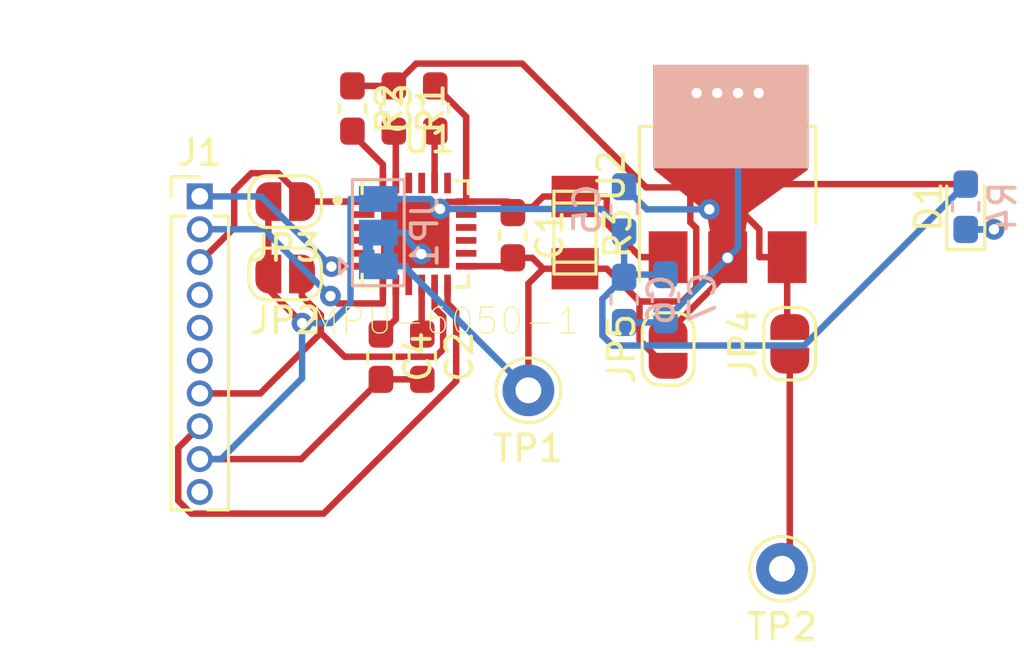
<source format=kicad_pcb>
(kicad_pcb (version 20171130) (host pcbnew 5.1.2-f72e74a~84~ubuntu18.04.1)

  (general
    (thickness 1.6)
    (drawings 0)
    (tracks 159)
    (zones 0)
    (modules 22)
    (nets 22)
  )

  (page A4)
  (layers
    (0 F.Cu signal)
    (31 B.Cu signal)
    (32 B.Adhes user)
    (33 F.Adhes user)
    (34 B.Paste user)
    (35 F.Paste user)
    (36 B.SilkS user)
    (37 F.SilkS user)
    (38 B.Mask user)
    (39 F.Mask user)
    (40 Dwgs.User user)
    (41 Cmts.User user)
    (42 Eco1.User user)
    (43 Eco2.User user)
    (44 Edge.Cuts user)
    (45 Margin user)
    (46 B.CrtYd user)
    (47 F.CrtYd user)
    (48 B.Fab user)
    (49 F.Fab user)
  )

  (setup
    (last_trace_width 0.25)
    (trace_clearance 0.2)
    (zone_clearance 0.508)
    (zone_45_only no)
    (trace_min 0.2)
    (via_size 0.8)
    (via_drill 0.4)
    (via_min_size 0.4)
    (via_min_drill 0.3)
    (uvia_size 0.3)
    (uvia_drill 0.1)
    (uvias_allowed no)
    (uvia_min_size 0.2)
    (uvia_min_drill 0.1)
    (edge_width 0.05)
    (segment_width 0.2)
    (pcb_text_width 0.3)
    (pcb_text_size 1.5 1.5)
    (mod_edge_width 0.12)
    (mod_text_size 1 1)
    (mod_text_width 0.15)
    (pad_size 1.524 1.524)
    (pad_drill 0.762)
    (pad_to_mask_clearance 0.051)
    (solder_mask_min_width 0.25)
    (aux_axis_origin 0 0)
    (visible_elements FFFFFF7F)
    (pcbplotparams
      (layerselection 0x010fc_ffffffff)
      (usegerberextensions false)
      (usegerberattributes false)
      (usegerberadvancedattributes false)
      (creategerberjobfile false)
      (excludeedgelayer true)
      (linewidth 0.100000)
      (plotframeref false)
      (viasonmask false)
      (mode 1)
      (useauxorigin false)
      (hpglpennumber 1)
      (hpglpenspeed 20)
      (hpglpendiameter 15.000000)
      (psnegative false)
      (psa4output false)
      (plotreference true)
      (plotvalue true)
      (plotinvisibletext false)
      (padsonsilk false)
      (subtractmaskfromsilk false)
      (outputformat 1)
      (mirror false)
      (drillshape 1)
      (scaleselection 1)
      (outputdirectory ""))
  )

  (net 0 "")
  (net 1 +3V3)
  (net 2 GND)
  (net 3 "Net-(C2-Pad1)")
  (net 4 "Net-(C3-Pad1)")
  (net 5 "Net-(C4-Pad1)")
  (net 6 "Net-(C5-Pad1)")
  (net 7 "Net-(C6-Pad1)")
  (net 8 "Net-(D1-Pad1)")
  (net 9 /3V3)
  (net 10 /INT)
  (net 11 /FSYNC)
  (net 12 /SCL)
  (net 13 /SDA)
  (net 14 /VIO)
  (net 15 /CLKIN)
  (net 16 /AUX_SCL)
  (net 17 /AUX_SDA)
  (net 18 "Net-(JP1-Pad2)")
  (net 19 +5V)
  (net 20 "Net-(R1-Pad2)")
  (net 21 "Net-(R2-Pad2)")

  (net_class Default "This is the default net class."
    (clearance 0.2)
    (trace_width 0.25)
    (via_dia 0.8)
    (via_drill 0.4)
    (uvia_dia 0.3)
    (uvia_drill 0.1)
    (add_net +3V3)
    (add_net +5V)
    (add_net /3V3)
    (add_net /AUX_SCL)
    (add_net /AUX_SDA)
    (add_net /CLKIN)
    (add_net /FSYNC)
    (add_net /INT)
    (add_net /SCL)
    (add_net /SDA)
    (add_net /VIO)
    (add_net GND)
    (add_net "Net-(C2-Pad1)")
    (add_net "Net-(C3-Pad1)")
    (add_net "Net-(C4-Pad1)")
    (add_net "Net-(C5-Pad1)")
    (add_net "Net-(C6-Pad1)")
    (add_net "Net-(D1-Pad1)")
    (add_net "Net-(JP1-Pad2)")
    (add_net "Net-(R1-Pad2)")
    (add_net "Net-(R2-Pad2)")
  )

  (module footprint-lib:AMS1117_SOT-223 (layer F.Cu) (tedit 5D122160) (tstamp 5D137EF7)
    (at 35.9 20.3 90)
    (descr "module CMS SOT223 4 pins")
    (tags "CMS SOT")
    (path /5D143D6F/5C0AD747)
    (attr smd)
    (fp_text reference U2 (at 0 -4.5 90) (layer F.SilkS)
      (effects (font (size 1 1) (thickness 0.15)))
    )
    (fp_text value AMS1117-3.3 (at 0 4.5 90) (layer F.Fab)
      (effects (font (size 1 1) (thickness 0.15)))
    )
    (fp_poly (pts (xy -2.159 0.635) (xy -1.397 0.762) (xy 0.254 3.048) (xy 1.397 3.048)
      (xy 1.397 -2.794) (xy 0.254 -2.794) (xy -1.397 -0.762) (xy -2.159 -0.635)) (layer F.Cu) (width 0.1))
    (fp_line (start 1.85 -3.35) (end 1.85 3.35) (layer F.Fab) (width 0.1))
    (fp_line (start -1.85 3.35) (end 1.85 3.35) (layer F.Fab) (width 0.1))
    (fp_line (start -4.1 -3.41) (end 1.91 -3.41) (layer F.SilkS) (width 0.12))
    (fp_line (start -0.85 -3.35) (end 1.85 -3.35) (layer F.Fab) (width 0.1))
    (fp_line (start -1.85 3.41) (end 1.91 3.41) (layer F.SilkS) (width 0.12))
    (fp_line (start -1.85 -2.35) (end -1.85 3.35) (layer F.Fab) (width 0.1))
    (fp_line (start -1.85 -2.35) (end -0.85 -3.35) (layer F.Fab) (width 0.1))
    (fp_line (start -4.4 -3.6) (end -4.4 3.6) (layer F.CrtYd) (width 0.05))
    (fp_line (start -4.4 3.6) (end 4.4 3.6) (layer F.CrtYd) (width 0.05))
    (fp_line (start 4.4 3.6) (end 4.4 -3.6) (layer F.CrtYd) (width 0.05))
    (fp_line (start 4.4 -3.6) (end -4.4 -3.6) (layer F.CrtYd) (width 0.05))
    (fp_line (start 1.91 -3.41) (end 1.91 -2.15) (layer F.SilkS) (width 0.12))
    (fp_line (start 1.91 3.41) (end 1.91 2.15) (layer F.SilkS) (width 0.12))
    (fp_text user %R (at 0 0) (layer F.Fab)
      (effects (font (size 0.8 0.8) (thickness 0.12)))
    )
    (pad 2 smd rect (at 2.286 0.127 90) (size 4 6) (layers B.Cu B.SilkS B.Mask)
      (net 7 "Net-(C6-Pad1)"))
    (pad 2 thru_hole circle (at -3.175 0 90) (size 0.5 0.5) (drill 0.4) (layers *.Cu)
      (net 7 "Net-(C6-Pad1)"))
    (pad 2 thru_hole circle (at 3.2 -0.4 90) (size 0.5 0.5) (drill 0.4) (layers *.Cu)
      (net 7 "Net-(C6-Pad1)"))
    (pad 2 thru_hole circle (at 3.2 1.2 90) (size 0.5 0.5) (drill 0.4) (layers *.Cu)
      (net 7 "Net-(C6-Pad1)"))
    (pad 2 thru_hole circle (at 3.2 -1.2 90) (size 0.5 0.5) (drill 0.4) (layers *.Cu)
      (net 7 "Net-(C6-Pad1)"))
    (pad 2 thru_hole circle (at 3.2 0.4 90) (size 0.5 0.5) (drill 0.4) (layers *.Cu)
      (net 7 "Net-(C6-Pad1)"))
    (pad 1 smd rect (at -3.15 -2.3 90) (size 2 1.5) (layers F.Cu F.Paste F.Mask)
      (net 2 GND))
    (pad 3 smd rect (at -3.15 2.3 90) (size 2 1.5) (layers F.Cu F.Paste F.Mask)
      (net 6 "Net-(C5-Pad1)"))
    (pad 2 smd rect (at -3.15 0 90) (size 2 1.5) (layers F.Cu F.Paste F.Mask)
      (net 7 "Net-(C6-Pad1)"))
    (pad 2 smd rect (at 2.286 0.127 90) (size 4 6) (layers F.Cu F.Paste F.Mask)
      (net 7 "Net-(C6-Pad1)"))
    (model ${KISYS3DMOD}/Package_TO_SOT_SMD.3dshapes/SOT-223.wrl
      (at (xyz 0 0 0))
      (scale (xyz 1 1 1))
      (rotate (xyz 0 0 0))
    )
  )

  (module Capacitor_SMD:C_0603_1608Metric_Pad1.05x0.95mm_HandSolder (layer B.Cu) (tedit 5B301BBE) (tstamp 5D138B57)
    (at 33.5 25 90)
    (descr "Capacitor SMD 0603 (1608 Metric), square (rectangular) end terminal, IPC_7351 nominal with elongated pad for handsoldering. (Body size source: http://www.tortai-tech.com/upload/download/2011102023233369053.pdf), generated with kicad-footprint-generator")
    (tags "capacitor handsolder")
    (path /5D143D6F/5D171771)
    (attr smd)
    (fp_text reference C7 (at 0 1.43 90) (layer B.SilkS)
      (effects (font (size 1 1) (thickness 0.15)) (justify mirror))
    )
    (fp_text value C106,0603 (at 0 -1.43 90) (layer B.Fab)
      (effects (font (size 1 1) (thickness 0.15)) (justify mirror))
    )
    (fp_text user %R (at 0 0 90) (layer B.Fab)
      (effects (font (size 0.4 0.4) (thickness 0.06)) (justify mirror))
    )
    (fp_line (start 1.65 -0.73) (end -1.65 -0.73) (layer B.CrtYd) (width 0.05))
    (fp_line (start 1.65 0.73) (end 1.65 -0.73) (layer B.CrtYd) (width 0.05))
    (fp_line (start -1.65 0.73) (end 1.65 0.73) (layer B.CrtYd) (width 0.05))
    (fp_line (start -1.65 -0.73) (end -1.65 0.73) (layer B.CrtYd) (width 0.05))
    (fp_line (start -0.171267 -0.51) (end 0.171267 -0.51) (layer B.SilkS) (width 0.12))
    (fp_line (start -0.171267 0.51) (end 0.171267 0.51) (layer B.SilkS) (width 0.12))
    (fp_line (start 0.8 -0.4) (end -0.8 -0.4) (layer B.Fab) (width 0.1))
    (fp_line (start 0.8 0.4) (end 0.8 -0.4) (layer B.Fab) (width 0.1))
    (fp_line (start -0.8 0.4) (end 0.8 0.4) (layer B.Fab) (width 0.1))
    (fp_line (start -0.8 -0.4) (end -0.8 0.4) (layer B.Fab) (width 0.1))
    (pad 2 smd roundrect (at 0.875 0 90) (size 1.05 0.95) (layers B.Cu B.Paste B.Mask) (roundrect_rratio 0.25)
      (net 2 GND))
    (pad 1 smd roundrect (at -0.875 0 90) (size 1.05 0.95) (layers B.Cu B.Paste B.Mask) (roundrect_rratio 0.25)
      (net 7 "Net-(C6-Pad1)"))
    (model ${KISYS3DMOD}/Capacitor_SMD.3dshapes/C_0603_1608Metric.wrl
      (at (xyz 0 0 0))
      (scale (xyz 1 1 1))
      (rotate (xyz 0 0 0))
    )
  )

  (module footprint-lib:MPU-6050-QFN24 (layer F.Cu) (tedit 5D1309EE) (tstamp 5D137EE1)
    (at 23.825 22.55)
    (path /5D13C581)
    (attr smd)
    (fp_text reference U1 (at 0.54117 -3.64297) (layer F.SilkS)
      (effects (font (size 1 1) (thickness 0.15)))
    )
    (fp_text value MPU-6050-1 (at 1.1767 3.36992) (layer F.SilkS)
      (effects (font (size 1.00146 1.00146) (thickness 0.05)))
    )
    (fp_poly (pts (xy -1.27 -1.27) (xy -1.27 1.27) (xy 1.27 1.27) (xy 1.27 -1.27)) (layer F.Cu) (width 0.1))
    (fp_line (start -2.05 -2.05) (end -2.05 2.05) (layer Eco2.User) (width 0.127))
    (fp_line (start 2.05 -2.05) (end 2.05 2.05) (layer Eco2.User) (width 0.127))
    (fp_line (start 2.05 2.05) (end -2.05 2.05) (layer Eco2.User) (width 0.127))
    (fp_line (start 2.05 -2.05) (end -2.05 -2.05) (layer Eco2.User) (width 0.127))
    (fp_line (start -1.56 -2.05) (end -2.05 -2.05) (layer F.SilkS) (width 0.127))
    (fp_line (start -2.05 -1.56) (end -2.05 -2.05) (layer F.SilkS) (width 0.127))
    (fp_circle (center -3 -1.3) (end -2.9 -1.3) (layer F.SilkS) (width 0.2))
    (fp_line (start -2.62 2.62) (end -2.62 -2.62) (layer Eco1.User) (width 0.05))
    (fp_line (start 2.62 2.62) (end -2.62 2.62) (layer Eco1.User) (width 0.05))
    (fp_line (start 2.62 -2.62) (end 2.62 2.62) (layer Eco1.User) (width 0.05))
    (fp_line (start -2.62 -2.62) (end 2.62 -2.62) (layer Eco1.User) (width 0.05))
    (fp_line (start 2.05 2.05) (end 1.56 2.05) (layer F.SilkS) (width 0.127))
    (fp_line (start 2.05 1.56) (end 2.05 2.05) (layer F.SilkS) (width 0.127))
    (fp_line (start -2.05 2.05) (end -2.05 1.56) (layer F.SilkS) (width 0.127))
    (fp_line (start -1.56 2.05) (end -2.05 2.05) (layer F.SilkS) (width 0.127))
    (fp_line (start 2.05 -2.05) (end 2.05 -1.56) (layer F.SilkS) (width 0.127))
    (fp_line (start 1.56 -2.05) (end 2.05 -2.05) (layer F.SilkS) (width 0.127))
    (pad 24 smd rect (at -1.25 -1.97 270) (size 0.79 0.26) (layers F.Cu F.Paste F.Mask)
      (net 21 "Net-(R2-Pad2)"))
    (pad 23 smd rect (at -0.75 -1.97 270) (size 0.79 0.26) (layers F.Cu F.Paste F.Mask)
      (net 20 "Net-(R1-Pad2)"))
    (pad 22 smd rect (at -0.25 -1.97 270) (size 0.79 0.26) (layers F.Cu F.Paste F.Mask))
    (pad 21 smd rect (at 0.25 -1.97 270) (size 0.79 0.26) (layers F.Cu F.Paste F.Mask))
    (pad 20 smd rect (at 0.75 -1.97 270) (size 0.79 0.26) (layers F.Cu F.Paste F.Mask)
      (net 4 "Net-(C3-Pad1)"))
    (pad 19 smd rect (at 1.25 -1.97 270) (size 0.79 0.26) (layers F.Cu F.Paste F.Mask))
    (pad 18 smd rect (at 1.97 -1.25 180) (size 0.79 0.26) (layers F.Cu F.Paste F.Mask)
      (net 2 GND))
    (pad 17 smd rect (at 1.97 -0.75 180) (size 0.79 0.26) (layers F.Cu F.Paste F.Mask))
    (pad 16 smd rect (at 1.97 -0.25 180) (size 0.79 0.26) (layers F.Cu F.Paste F.Mask))
    (pad 15 smd rect (at 1.97 0.25 180) (size 0.79 0.26) (layers F.Cu F.Paste F.Mask))
    (pad 14 smd rect (at 1.97 0.75 180) (size 0.79 0.26) (layers F.Cu F.Paste F.Mask))
    (pad 13 smd rect (at 1.97 1.25 180) (size 0.79 0.26) (layers F.Cu F.Paste F.Mask)
      (net 1 +3V3))
    (pad 12 smd rect (at 1.25 1.97 90) (size 0.79 0.26) (layers F.Cu F.Paste F.Mask)
      (net 10 /INT))
    (pad 11 smd rect (at 0.75 1.97 90) (size 0.79 0.26) (layers F.Cu F.Paste F.Mask)
      (net 11 /FSYNC))
    (pad 10 smd rect (at 0.25 1.97 90) (size 0.79 0.26) (layers F.Cu F.Paste F.Mask)
      (net 3 "Net-(C2-Pad1)"))
    (pad 9 smd rect (at -0.25 1.97 90) (size 0.79 0.26) (layers F.Cu F.Paste F.Mask)
      (net 18 "Net-(JP1-Pad2)"))
    (pad 8 smd rect (at -0.75 1.97 90) (size 0.79 0.26) (layers F.Cu F.Paste F.Mask)
      (net 5 "Net-(C4-Pad1)"))
    (pad 7 smd rect (at -1.25 1.97 90) (size 0.79 0.26) (layers F.Cu F.Paste F.Mask)
      (net 16 /AUX_SCL))
    (pad 6 smd rect (at -1.97 1.25) (size 0.79 0.26) (layers F.Cu F.Paste F.Mask)
      (net 17 /AUX_SDA))
    (pad 5 smd rect (at -1.97 0.75) (size 0.79 0.26) (layers F.Cu F.Paste F.Mask))
    (pad 4 smd rect (at -1.97 0.25) (size 0.79 0.26) (layers F.Cu F.Paste F.Mask))
    (pad 3 smd rect (at -1.97 -0.25) (size 0.79 0.26) (layers F.Cu F.Paste F.Mask))
    (pad 2 smd rect (at -1.97 -0.75) (size 0.79 0.26) (layers F.Cu F.Paste F.Mask))
    (pad 1 smd rect (at -1.97 -1.25) (size 0.79 0.26) (layers F.Cu F.Paste F.Mask)
      (net 15 /CLKIN))
    (model ${KISYS3DMOD}/Package_DFN_QFN.3dshapes/QFN-24-1EP_4x4mm_P0.5mm_EP2.7x2.6mm.wrl
      (at (xyz 0 0 0))
      (scale (xyz 1 1 1))
      (rotate (xyz 0 0 0))
    )
  )

  (module Connector_Pin:Pin_D1.0mm_L10.0mm (layer F.Cu) (tedit 5A1DC084) (tstamp 5D137EB3)
    (at 38 35.5)
    (descr "solder Pin_ diameter 1.0mm, hole diameter 1.0mm (press fit), length 10.0mm")
    (tags "solder Pin_ press fit")
    (path /5D143D6F/5D00EAB8)
    (fp_text reference TP2 (at 0 2.25) (layer F.SilkS)
      (effects (font (size 1 1) (thickness 0.15)))
    )
    (fp_text value TP_5V (at 0 -2.05) (layer F.Fab)
      (effects (font (size 1 1) (thickness 0.15)))
    )
    (fp_circle (center 0 0) (end 1.25 0.05) (layer F.SilkS) (width 0.12))
    (fp_circle (center 0 0) (end 1 0) (layer F.Fab) (width 0.12))
    (fp_circle (center 0 0) (end 0.5 0) (layer F.Fab) (width 0.12))
    (fp_circle (center 0 0) (end 1.5 0) (layer F.CrtYd) (width 0.05))
    (fp_text user %R (at 0 2.25) (layer F.Fab)
      (effects (font (size 1 1) (thickness 0.15)))
    )
    (pad 1 thru_hole circle (at 0 0) (size 2 2) (drill 1) (layers *.Cu *.Mask)
      (net 19 +5V))
    (model ${KISYS3DMOD}/Connector_Pin.3dshapes/Pin_D1.0mm_L10.0mm.wrl
      (at (xyz 0 0 0))
      (scale (xyz 1 1 1))
      (rotate (xyz 0 0 0))
    )
  )

  (module Connector_Pin:Pin_D1.0mm_L10.0mm (layer F.Cu) (tedit 5A1DC084) (tstamp 5D137EA9)
    (at 28.2 28.6)
    (descr "solder Pin_ diameter 1.0mm, hole diameter 1.0mm (press fit), length 10.0mm")
    (tags "solder Pin_ press fit")
    (path /5D143D6F/5D00DAC3)
    (fp_text reference TP1 (at 0 2.25) (layer F.SilkS)
      (effects (font (size 1 1) (thickness 0.15)))
    )
    (fp_text value TP_3V3 (at 0 -2.05) (layer F.Fab)
      (effects (font (size 1 1) (thickness 0.15)))
    )
    (fp_circle (center 0 0) (end 1.25 0.05) (layer F.SilkS) (width 0.12))
    (fp_circle (center 0 0) (end 1 0) (layer F.Fab) (width 0.12))
    (fp_circle (center 0 0) (end 0.5 0) (layer F.Fab) (width 0.12))
    (fp_circle (center 0 0) (end 1.5 0) (layer F.CrtYd) (width 0.05))
    (fp_text user %R (at 0 2.25) (layer F.Fab)
      (effects (font (size 1 1) (thickness 0.15)))
    )
    (pad 1 thru_hole circle (at 0 0) (size 2 2) (drill 1) (layers *.Cu *.Mask)
      (net 1 +3V3))
    (model ${KISYS3DMOD}/Connector_Pin.3dshapes/Pin_D1.0mm_L10.0mm.wrl
      (at (xyz 0 0 0))
      (scale (xyz 1 1 1))
      (rotate (xyz 0 0 0))
    )
  )

  (module Resistor_SMD:R_0603_1608Metric_Pad1.05x0.95mm_HandSolder (layer B.Cu) (tedit 5B301BBD) (tstamp 5D137E9F)
    (at 45.1 21.5 90)
    (descr "Resistor SMD 0603 (1608 Metric), square (rectangular) end terminal, IPC_7351 nominal with elongated pad for handsoldering. (Body size source: http://www.tortai-tech.com/upload/download/2011102023233369053.pdf), generated with kicad-footprint-generator")
    (tags "resistor handsolder")
    (path /5D143D6F/5C0C1058)
    (attr smd)
    (fp_text reference R4 (at 0 1.43 90) (layer B.SilkS)
      (effects (font (size 1 1) (thickness 0.15)) (justify mirror))
    )
    (fp_text value R102,0603 (at 0 -1.43 90) (layer B.Fab)
      (effects (font (size 1 1) (thickness 0.15)) (justify mirror))
    )
    (fp_text user %R (at 0 0 90) (layer B.Fab)
      (effects (font (size 0.4 0.4) (thickness 0.06)) (justify mirror))
    )
    (fp_line (start 1.65 -0.73) (end -1.65 -0.73) (layer B.CrtYd) (width 0.05))
    (fp_line (start 1.65 0.73) (end 1.65 -0.73) (layer B.CrtYd) (width 0.05))
    (fp_line (start -1.65 0.73) (end 1.65 0.73) (layer B.CrtYd) (width 0.05))
    (fp_line (start -1.65 -0.73) (end -1.65 0.73) (layer B.CrtYd) (width 0.05))
    (fp_line (start -0.171267 -0.51) (end 0.171267 -0.51) (layer B.SilkS) (width 0.12))
    (fp_line (start -0.171267 0.51) (end 0.171267 0.51) (layer B.SilkS) (width 0.12))
    (fp_line (start 0.8 -0.4) (end -0.8 -0.4) (layer B.Fab) (width 0.1))
    (fp_line (start 0.8 0.4) (end 0.8 -0.4) (layer B.Fab) (width 0.1))
    (fp_line (start -0.8 0.4) (end 0.8 0.4) (layer B.Fab) (width 0.1))
    (fp_line (start -0.8 -0.4) (end -0.8 0.4) (layer B.Fab) (width 0.1))
    (pad 2 smd roundrect (at 0.875 0 90) (size 1.05 0.95) (layers B.Cu B.Paste B.Mask) (roundrect_rratio 0.25)
      (net 2 GND))
    (pad 1 smd roundrect (at -0.875 0 90) (size 1.05 0.95) (layers B.Cu B.Paste B.Mask) (roundrect_rratio 0.25)
      (net 8 "Net-(D1-Pad1)"))
    (model ${KISYS3DMOD}/Resistor_SMD.3dshapes/R_0603_1608Metric.wrl
      (at (xyz 0 0 0))
      (scale (xyz 1 1 1))
      (rotate (xyz 0 0 0))
    )
  )

  (module footprint-lib:VAR_1206 (layer F.Cu) (tedit 5CFFB33A) (tstamp 5D137E8E)
    (at 30 22.5 270)
    (descr VAR_1206)
    (tags VAR_1206)
    (path /5D143D6F/5D00FCA8)
    (fp_text reference R3 (at 0.0254 -1.651 90) (layer F.SilkS)
      (effects (font (size 1 1) (thickness 0.15)))
    )
    (fp_text value VAR_3V3,1206 (at 0 1.27 90) (layer F.SilkS) hide
      (effects (font (size 0.50038 0.50038) (thickness 0.11938)))
    )
    (fp_line (start 1.143 0.8128) (end 1.143 -0.8128) (layer F.SilkS) (width 0.127))
    (fp_line (start -1.143 -0.8128) (end -1.143 0.8128) (layer F.SilkS) (width 0.127))
    (fp_line (start -1.6002 -0.8128) (end -1.6002 0.8128) (layer F.SilkS) (width 0.127))
    (fp_line (start -1.6002 0.8128) (end 1.6002 0.8128) (layer F.SilkS) (width 0.127))
    (fp_line (start 1.6002 0.8128) (end 1.6002 -0.8128) (layer F.SilkS) (width 0.127))
    (fp_line (start 1.6002 -0.8128) (end -1.6002 -0.8128) (layer F.SilkS) (width 0.127))
    (pad 1 smd rect (at 1.397 0 270) (size 1.6002 1.8034) (layers F.Cu F.Paste F.Mask)
      (net 1 +3V3))
    (pad 2 smd rect (at -1.397 0 270) (size 1.6002 1.8034) (layers F.Cu F.Paste F.Mask)
      (net 2 GND))
    (model ${HOME}/_workspace/kicad/kicad_library/smisioto-footprints/modules/packages3d/walter/smd_resistors/r_1206.wrl
      (at (xyz 0 0 0))
      (scale (xyz 1 1 1))
      (rotate (xyz 0 0 0))
    )
  )

  (module Resistor_SMD:R_0603_1608Metric_Pad1.05x0.95mm_HandSolder (layer F.Cu) (tedit 5B301BBD) (tstamp 5D137E82)
    (at 21.4 17.7 270)
    (descr "Resistor SMD 0603 (1608 Metric), square (rectangular) end terminal, IPC_7351 nominal with elongated pad for handsoldering. (Body size source: http://www.tortai-tech.com/upload/download/2011102023233369053.pdf), generated with kicad-footprint-generator")
    (tags "resistor handsolder")
    (path /5D13EDAD)
    (attr smd)
    (fp_text reference R2 (at 0 -1.43 90) (layer F.SilkS)
      (effects (font (size 1 1) (thickness 0.15)))
    )
    (fp_text value R103,0603 (at 0 1.43 90) (layer F.Fab)
      (effects (font (size 1 1) (thickness 0.15)))
    )
    (fp_text user %R (at 0 0 90) (layer F.Fab)
      (effects (font (size 0.4 0.4) (thickness 0.06)))
    )
    (fp_line (start 1.65 0.73) (end -1.65 0.73) (layer F.CrtYd) (width 0.05))
    (fp_line (start 1.65 -0.73) (end 1.65 0.73) (layer F.CrtYd) (width 0.05))
    (fp_line (start -1.65 -0.73) (end 1.65 -0.73) (layer F.CrtYd) (width 0.05))
    (fp_line (start -1.65 0.73) (end -1.65 -0.73) (layer F.CrtYd) (width 0.05))
    (fp_line (start -0.171267 0.51) (end 0.171267 0.51) (layer F.SilkS) (width 0.12))
    (fp_line (start -0.171267 -0.51) (end 0.171267 -0.51) (layer F.SilkS) (width 0.12))
    (fp_line (start 0.8 0.4) (end -0.8 0.4) (layer F.Fab) (width 0.1))
    (fp_line (start 0.8 -0.4) (end 0.8 0.4) (layer F.Fab) (width 0.1))
    (fp_line (start -0.8 -0.4) (end 0.8 -0.4) (layer F.Fab) (width 0.1))
    (fp_line (start -0.8 0.4) (end -0.8 -0.4) (layer F.Fab) (width 0.1))
    (pad 2 smd roundrect (at 0.875 0 270) (size 1.05 0.95) (layers F.Cu F.Paste F.Mask) (roundrect_rratio 0.25)
      (net 21 "Net-(R2-Pad2)"))
    (pad 1 smd roundrect (at -0.875 0 270) (size 1.05 0.95) (layers F.Cu F.Paste F.Mask) (roundrect_rratio 0.25)
      (net 1 +3V3))
    (model ${KISYS3DMOD}/Resistor_SMD.3dshapes/R_0603_1608Metric.wrl
      (at (xyz 0 0 0))
      (scale (xyz 1 1 1))
      (rotate (xyz 0 0 0))
    )
  )

  (module Resistor_SMD:R_0603_1608Metric_Pad1.05x0.95mm_HandSolder (layer F.Cu) (tedit 5B301BBD) (tstamp 5D137E71)
    (at 23 17.7 270)
    (descr "Resistor SMD 0603 (1608 Metric), square (rectangular) end terminal, IPC_7351 nominal with elongated pad for handsoldering. (Body size source: http://www.tortai-tech.com/upload/download/2011102023233369053.pdf), generated with kicad-footprint-generator")
    (tags "resistor handsolder")
    (path /5D13E675)
    (attr smd)
    (fp_text reference R1 (at 0 -1.43 90) (layer F.SilkS)
      (effects (font (size 1 1) (thickness 0.15)))
    )
    (fp_text value R103,0603 (at 0 1.43 90) (layer F.Fab)
      (effects (font (size 1 1) (thickness 0.15)))
    )
    (fp_text user %R (at 0 0 90) (layer F.Fab)
      (effects (font (size 0.4 0.4) (thickness 0.06)))
    )
    (fp_line (start 1.65 0.73) (end -1.65 0.73) (layer F.CrtYd) (width 0.05))
    (fp_line (start 1.65 -0.73) (end 1.65 0.73) (layer F.CrtYd) (width 0.05))
    (fp_line (start -1.65 -0.73) (end 1.65 -0.73) (layer F.CrtYd) (width 0.05))
    (fp_line (start -1.65 0.73) (end -1.65 -0.73) (layer F.CrtYd) (width 0.05))
    (fp_line (start -0.171267 0.51) (end 0.171267 0.51) (layer F.SilkS) (width 0.12))
    (fp_line (start -0.171267 -0.51) (end 0.171267 -0.51) (layer F.SilkS) (width 0.12))
    (fp_line (start 0.8 0.4) (end -0.8 0.4) (layer F.Fab) (width 0.1))
    (fp_line (start 0.8 -0.4) (end 0.8 0.4) (layer F.Fab) (width 0.1))
    (fp_line (start -0.8 -0.4) (end 0.8 -0.4) (layer F.Fab) (width 0.1))
    (fp_line (start -0.8 0.4) (end -0.8 -0.4) (layer F.Fab) (width 0.1))
    (pad 2 smd roundrect (at 0.875 0 270) (size 1.05 0.95) (layers F.Cu F.Paste F.Mask) (roundrect_rratio 0.25)
      (net 20 "Net-(R1-Pad2)"))
    (pad 1 smd roundrect (at -0.875 0 270) (size 1.05 0.95) (layers F.Cu F.Paste F.Mask) (roundrect_rratio 0.25)
      (net 1 +3V3))
    (model ${KISYS3DMOD}/Resistor_SMD.3dshapes/R_0603_1608Metric.wrl
      (at (xyz 0 0 0))
      (scale (xyz 1 1 1))
      (rotate (xyz 0 0 0))
    )
  )

  (module Jumper:SolderJumper-2_P1.3mm_Open_RoundedPad1.0x1.5mm (layer F.Cu) (tedit 5B391E66) (tstamp 5D137E60)
    (at 33.6 27 90)
    (descr "SMD Solder Jumper, 1x1.5mm, rounded Pads, 0.3mm gap, open")
    (tags "solder jumper open")
    (path /5D143D6F/5D077B21)
    (attr virtual)
    (fp_text reference JP5 (at 0 -1.8 90) (layer F.SilkS)
      (effects (font (size 1 1) (thickness 0.15)))
    )
    (fp_text value OUT_EN (at 0 1.9 90) (layer F.Fab)
      (effects (font (size 1 1) (thickness 0.15)))
    )
    (fp_line (start 1.65 1.25) (end -1.65 1.25) (layer F.CrtYd) (width 0.05))
    (fp_line (start 1.65 1.25) (end 1.65 -1.25) (layer F.CrtYd) (width 0.05))
    (fp_line (start -1.65 -1.25) (end -1.65 1.25) (layer F.CrtYd) (width 0.05))
    (fp_line (start -1.65 -1.25) (end 1.65 -1.25) (layer F.CrtYd) (width 0.05))
    (fp_line (start -0.7 -1) (end 0.7 -1) (layer F.SilkS) (width 0.12))
    (fp_line (start 1.4 -0.3) (end 1.4 0.3) (layer F.SilkS) (width 0.12))
    (fp_line (start 0.7 1) (end -0.7 1) (layer F.SilkS) (width 0.12))
    (fp_line (start -1.4 0.3) (end -1.4 -0.3) (layer F.SilkS) (width 0.12))
    (fp_arc (start -0.7 -0.3) (end -0.7 -1) (angle -90) (layer F.SilkS) (width 0.12))
    (fp_arc (start -0.7 0.3) (end -1.4 0.3) (angle -90) (layer F.SilkS) (width 0.12))
    (fp_arc (start 0.7 0.3) (end 0.7 1) (angle -90) (layer F.SilkS) (width 0.12))
    (fp_arc (start 0.7 -0.3) (end 1.4 -0.3) (angle -90) (layer F.SilkS) (width 0.12))
    (pad 2 smd custom (at 0.65 0 90) (size 1 0.5) (layers F.Cu F.Mask)
      (net 7 "Net-(C6-Pad1)") (zone_connect 2)
      (options (clearance outline) (anchor rect))
      (primitives
        (gr_circle (center 0 0.25) (end 0.5 0.25) (width 0))
        (gr_circle (center 0 -0.25) (end 0.5 -0.25) (width 0))
        (gr_poly (pts
           (xy 0 -0.75) (xy -0.5 -0.75) (xy -0.5 0.75) (xy 0 0.75)) (width 0))
      ))
    (pad 1 smd custom (at -0.65 0 90) (size 1 0.5) (layers F.Cu F.Mask)
      (net 1 +3V3) (zone_connect 2)
      (options (clearance outline) (anchor rect))
      (primitives
        (gr_circle (center 0 0.25) (end 0.5 0.25) (width 0))
        (gr_circle (center 0 -0.25) (end 0.5 -0.25) (width 0))
        (gr_poly (pts
           (xy 0 -0.75) (xy 0.5 -0.75) (xy 0.5 0.75) (xy 0 0.75)) (width 0))
      ))
  )

  (module Jumper:SolderJumper-2_P1.3mm_Open_RoundedPad1.0x1.5mm (layer F.Cu) (tedit 5B391E66) (tstamp 5D137E4E)
    (at 38.3 26.8 90)
    (descr "SMD Solder Jumper, 1x1.5mm, rounded Pads, 0.3mm gap, open")
    (tags "solder jumper open")
    (path /5D143D6F/5D072C46)
    (attr virtual)
    (fp_text reference JP4 (at 0 -1.8 90) (layer F.SilkS)
      (effects (font (size 1 1) (thickness 0.15)))
    )
    (fp_text value IN_EN (at 0 1.9 90) (layer F.Fab)
      (effects (font (size 1 1) (thickness 0.15)))
    )
    (fp_line (start 1.65 1.25) (end -1.65 1.25) (layer F.CrtYd) (width 0.05))
    (fp_line (start 1.65 1.25) (end 1.65 -1.25) (layer F.CrtYd) (width 0.05))
    (fp_line (start -1.65 -1.25) (end -1.65 1.25) (layer F.CrtYd) (width 0.05))
    (fp_line (start -1.65 -1.25) (end 1.65 -1.25) (layer F.CrtYd) (width 0.05))
    (fp_line (start -0.7 -1) (end 0.7 -1) (layer F.SilkS) (width 0.12))
    (fp_line (start 1.4 -0.3) (end 1.4 0.3) (layer F.SilkS) (width 0.12))
    (fp_line (start 0.7 1) (end -0.7 1) (layer F.SilkS) (width 0.12))
    (fp_line (start -1.4 0.3) (end -1.4 -0.3) (layer F.SilkS) (width 0.12))
    (fp_arc (start -0.7 -0.3) (end -0.7 -1) (angle -90) (layer F.SilkS) (width 0.12))
    (fp_arc (start -0.7 0.3) (end -1.4 0.3) (angle -90) (layer F.SilkS) (width 0.12))
    (fp_arc (start 0.7 0.3) (end 0.7 1) (angle -90) (layer F.SilkS) (width 0.12))
    (fp_arc (start 0.7 -0.3) (end 1.4 -0.3) (angle -90) (layer F.SilkS) (width 0.12))
    (pad 2 smd custom (at 0.65 0 90) (size 1 0.5) (layers F.Cu F.Mask)
      (net 6 "Net-(C5-Pad1)") (zone_connect 2)
      (options (clearance outline) (anchor rect))
      (primitives
        (gr_circle (center 0 0.25) (end 0.5 0.25) (width 0))
        (gr_circle (center 0 -0.25) (end 0.5 -0.25) (width 0))
        (gr_poly (pts
           (xy 0 -0.75) (xy -0.5 -0.75) (xy -0.5 0.75) (xy 0 0.75)) (width 0))
      ))
    (pad 1 smd custom (at -0.65 0 90) (size 1 0.5) (layers F.Cu F.Mask)
      (net 19 +5V) (zone_connect 2)
      (options (clearance outline) (anchor rect))
      (primitives
        (gr_circle (center 0 0.25) (end 0.5 0.25) (width 0))
        (gr_circle (center 0 -0.25) (end 0.5 -0.25) (width 0))
        (gr_poly (pts
           (xy 0 -0.75) (xy 0.5 -0.75) (xy 0.5 0.75) (xy 0 0.75)) (width 0))
      ))
  )

  (module Jumper:SolderJumper-2_P1.3mm_Open_RoundedPad1.0x1.5mm (layer F.Cu) (tedit 5B391E66) (tstamp 5D137E3C)
    (at 18.8 21.3 180)
    (descr "SMD Solder Jumper, 1x1.5mm, rounded Pads, 0.3mm gap, open")
    (tags "solder jumper open")
    (path /5D153C08)
    (attr virtual)
    (fp_text reference JP3 (at 0 -1.8) (layer F.SilkS)
      (effects (font (size 1 1) (thickness 0.15)))
    )
    (fp_text value SJ2 (at 0 1.9) (layer F.Fab)
      (effects (font (size 1 1) (thickness 0.15)))
    )
    (fp_line (start 1.65 1.25) (end -1.65 1.25) (layer F.CrtYd) (width 0.05))
    (fp_line (start 1.65 1.25) (end 1.65 -1.25) (layer F.CrtYd) (width 0.05))
    (fp_line (start -1.65 -1.25) (end -1.65 1.25) (layer F.CrtYd) (width 0.05))
    (fp_line (start -1.65 -1.25) (end 1.65 -1.25) (layer F.CrtYd) (width 0.05))
    (fp_line (start -0.7 -1) (end 0.7 -1) (layer F.SilkS) (width 0.12))
    (fp_line (start 1.4 -0.3) (end 1.4 0.3) (layer F.SilkS) (width 0.12))
    (fp_line (start 0.7 1) (end -0.7 1) (layer F.SilkS) (width 0.12))
    (fp_line (start -1.4 0.3) (end -1.4 -0.3) (layer F.SilkS) (width 0.12))
    (fp_arc (start -0.7 -0.3) (end -0.7 -1) (angle -90) (layer F.SilkS) (width 0.12))
    (fp_arc (start -0.7 0.3) (end -1.4 0.3) (angle -90) (layer F.SilkS) (width 0.12))
    (fp_arc (start 0.7 0.3) (end 0.7 1) (angle -90) (layer F.SilkS) (width 0.12))
    (fp_arc (start 0.7 -0.3) (end 1.4 -0.3) (angle -90) (layer F.SilkS) (width 0.12))
    (pad 2 smd custom (at 0.65 0 180) (size 1 0.5) (layers F.Cu F.Mask)
      (net 2 GND) (zone_connect 2)
      (options (clearance outline) (anchor rect))
      (primitives
        (gr_circle (center 0 0.25) (end 0.5 0.25) (width 0))
        (gr_circle (center 0 -0.25) (end 0.5 -0.25) (width 0))
        (gr_poly (pts
           (xy 0 -0.75) (xy -0.5 -0.75) (xy -0.5 0.75) (xy 0 0.75)) (width 0))
      ))
    (pad 1 smd custom (at -0.65 0 180) (size 1 0.5) (layers F.Cu F.Mask)
      (net 15 /CLKIN) (zone_connect 2)
      (options (clearance outline) (anchor rect))
      (primitives
        (gr_circle (center 0 0.25) (end 0.5 0.25) (width 0))
        (gr_circle (center 0 -0.25) (end 0.5 -0.25) (width 0))
        (gr_poly (pts
           (xy 0 -0.75) (xy 0.5 -0.75) (xy 0.5 0.75) (xy 0 0.75)) (width 0))
      ))
  )

  (module Jumper:SolderJumper-2_P1.3mm_Open_RoundedPad1.0x1.5mm (layer F.Cu) (tedit 5B391E66) (tstamp 5D137E2A)
    (at 18.8 24.1 180)
    (descr "SMD Solder Jumper, 1x1.5mm, rounded Pads, 0.3mm gap, open")
    (tags "solder jumper open")
    (path /5D15410D)
    (attr virtual)
    (fp_text reference JP2 (at 0 -1.8 180) (layer F.SilkS)
      (effects (font (size 1 1) (thickness 0.15)))
    )
    (fp_text value SJ3 (at 0 1.9 180) (layer F.Fab)
      (effects (font (size 1 1) (thickness 0.15)))
    )
    (fp_line (start 1.65 1.25) (end -1.65 1.25) (layer F.CrtYd) (width 0.05))
    (fp_line (start 1.65 1.25) (end 1.65 -1.25) (layer F.CrtYd) (width 0.05))
    (fp_line (start -1.65 -1.25) (end -1.65 1.25) (layer F.CrtYd) (width 0.05))
    (fp_line (start -1.65 -1.25) (end 1.65 -1.25) (layer F.CrtYd) (width 0.05))
    (fp_line (start -0.7 -1) (end 0.7 -1) (layer F.SilkS) (width 0.12))
    (fp_line (start 1.4 -0.3) (end 1.4 0.3) (layer F.SilkS) (width 0.12))
    (fp_line (start 0.7 1) (end -0.7 1) (layer F.SilkS) (width 0.12))
    (fp_line (start -1.4 0.3) (end -1.4 -0.3) (layer F.SilkS) (width 0.12))
    (fp_arc (start -0.7 -0.3) (end -0.7 -1) (angle -90) (layer F.SilkS) (width 0.12))
    (fp_arc (start -0.7 0.3) (end -1.4 0.3) (angle -90) (layer F.SilkS) (width 0.12))
    (fp_arc (start 0.7 0.3) (end 0.7 1) (angle -90) (layer F.SilkS) (width 0.12))
    (fp_arc (start 0.7 -0.3) (end 1.4 -0.3) (angle -90) (layer F.SilkS) (width 0.12))
    (pad 2 smd custom (at 0.65 0 180) (size 1 0.5) (layers F.Cu F.Mask)
      (net 2 GND) (zone_connect 2)
      (options (clearance outline) (anchor rect))
      (primitives
        (gr_circle (center 0 0.25) (end 0.5 0.25) (width 0))
        (gr_circle (center 0 -0.25) (end 0.5 -0.25) (width 0))
        (gr_poly (pts
           (xy 0 -0.75) (xy -0.5 -0.75) (xy -0.5 0.75) (xy 0 0.75)) (width 0))
      ))
    (pad 1 smd custom (at -0.65 0 180) (size 1 0.5) (layers F.Cu F.Mask)
      (net 11 /FSYNC) (zone_connect 2)
      (options (clearance outline) (anchor rect))
      (primitives
        (gr_circle (center 0 0.25) (end 0.5 0.25) (width 0))
        (gr_circle (center 0 -0.25) (end 0.5 -0.25) (width 0))
        (gr_poly (pts
           (xy 0 -0.75) (xy 0.5 -0.75) (xy 0.5 0.75) (xy 0 0.75)) (width 0))
      ))
  )

  (module Jumper:SolderJumper-3_P1.3mm_Bridged2Bar12_Pad1.0x1.5mm (layer B.Cu) (tedit 5C756AFF) (tstamp 5D137E18)
    (at 22.4 22.5 90)
    (descr "SMD Solder 3-pad Jumper, 1x1.5mm Pads, 0.3mm gap, pads 1-2 Bridged2Bar with 2 copper strip")
    (tags "solder jumper open")
    (path /5D13DBA1)
    (attr virtual)
    (fp_text reference JP1 (at 0 1.8 90) (layer B.SilkS)
      (effects (font (size 1 1) (thickness 0.15)) (justify mirror))
    )
    (fp_text value SJ1 (at 0 -2 90) (layer B.Fab)
      (effects (font (size 1 1) (thickness 0.15)) (justify mirror))
    )
    (fp_poly (pts (xy -0.9 -0.2) (xy -0.4 -0.2) (xy -0.4 -0.6) (xy -0.9 -0.6)) (layer B.Cu) (width 0))
    (fp_poly (pts (xy -0.9 0.6) (xy -0.4 0.6) (xy -0.4 0.2) (xy -0.9 0.2)) (layer B.Cu) (width 0))
    (fp_line (start 2.3 -1.25) (end -2.3 -1.25) (layer B.CrtYd) (width 0.05))
    (fp_line (start 2.3 -1.25) (end 2.3 1.25) (layer B.CrtYd) (width 0.05))
    (fp_line (start -2.3 1.25) (end -2.3 -1.25) (layer B.CrtYd) (width 0.05))
    (fp_line (start -2.3 1.25) (end 2.3 1.25) (layer B.CrtYd) (width 0.05))
    (fp_line (start -2.05 1) (end 2.05 1) (layer B.SilkS) (width 0.12))
    (fp_line (start 2.05 1) (end 2.05 -1) (layer B.SilkS) (width 0.12))
    (fp_line (start 2.05 -1) (end -2.05 -1) (layer B.SilkS) (width 0.12))
    (fp_line (start -2.05 -1) (end -2.05 1) (layer B.SilkS) (width 0.12))
    (fp_line (start -1.3 -1.2) (end -1.6 -1.5) (layer B.SilkS) (width 0.12))
    (fp_line (start -1.6 -1.5) (end -1 -1.5) (layer B.SilkS) (width 0.12))
    (fp_line (start -1.3 -1.2) (end -1 -1.5) (layer B.SilkS) (width 0.12))
    (pad 2 smd rect (at 0 0 90) (size 1 1.5) (layers B.Cu B.Mask)
      (net 18 "Net-(JP1-Pad2)"))
    (pad 3 smd rect (at 1.3 0 90) (size 1 1.5) (layers B.Cu B.Mask)
      (net 2 GND))
    (pad 1 smd rect (at -1.3 0 90) (size 1 1.5) (layers B.Cu B.Mask)
      (net 1 +3V3))
  )

  (module Connector_PinHeader_1.27mm:PinHeader_1x10_P1.27mm_Vertical (layer F.Cu) (tedit 59FED6E3) (tstamp 5D137E04)
    (at 15.5 21.1)
    (descr "Through hole straight pin header, 1x10, 1.27mm pitch, single row")
    (tags "Through hole pin header THT 1x10 1.27mm single row")
    (path /5D1618CF)
    (fp_text reference J1 (at 0 -1.695) (layer F.SilkS)
      (effects (font (size 1 1) (thickness 0.15)))
    )
    (fp_text value MPU-6050-HEADER (at 0 13.125) (layer F.Fab)
      (effects (font (size 1 1) (thickness 0.15)))
    )
    (fp_text user %R (at 0 5.715 90) (layer F.Fab)
      (effects (font (size 1 1) (thickness 0.15)))
    )
    (fp_line (start 1.55 -1.15) (end -1.55 -1.15) (layer F.CrtYd) (width 0.05))
    (fp_line (start 1.55 12.6) (end 1.55 -1.15) (layer F.CrtYd) (width 0.05))
    (fp_line (start -1.55 12.6) (end 1.55 12.6) (layer F.CrtYd) (width 0.05))
    (fp_line (start -1.55 -1.15) (end -1.55 12.6) (layer F.CrtYd) (width 0.05))
    (fp_line (start -1.11 -0.76) (end 0 -0.76) (layer F.SilkS) (width 0.12))
    (fp_line (start -1.11 0) (end -1.11 -0.76) (layer F.SilkS) (width 0.12))
    (fp_line (start 0.563471 0.76) (end 1.11 0.76) (layer F.SilkS) (width 0.12))
    (fp_line (start -1.11 0.76) (end -0.563471 0.76) (layer F.SilkS) (width 0.12))
    (fp_line (start 1.11 0.76) (end 1.11 12.125) (layer F.SilkS) (width 0.12))
    (fp_line (start -1.11 0.76) (end -1.11 12.125) (layer F.SilkS) (width 0.12))
    (fp_line (start 0.30753 12.125) (end 1.11 12.125) (layer F.SilkS) (width 0.12))
    (fp_line (start -1.11 12.125) (end -0.30753 12.125) (layer F.SilkS) (width 0.12))
    (fp_line (start -1.05 -0.11) (end -0.525 -0.635) (layer F.Fab) (width 0.1))
    (fp_line (start -1.05 12.065) (end -1.05 -0.11) (layer F.Fab) (width 0.1))
    (fp_line (start 1.05 12.065) (end -1.05 12.065) (layer F.Fab) (width 0.1))
    (fp_line (start 1.05 -0.635) (end 1.05 12.065) (layer F.Fab) (width 0.1))
    (fp_line (start -0.525 -0.635) (end 1.05 -0.635) (layer F.Fab) (width 0.1))
    (pad 10 thru_hole oval (at 0 11.43) (size 1 1) (drill 0.65) (layers *.Cu *.Mask)
      (net 9 /3V3))
    (pad 9 thru_hole oval (at 0 10.16) (size 1 1) (drill 0.65) (layers *.Cu *.Mask)
      (net 2 GND))
    (pad 8 thru_hole oval (at 0 8.89) (size 1 1) (drill 0.65) (layers *.Cu *.Mask)
      (net 10 /INT))
    (pad 7 thru_hole oval (at 0 7.62) (size 1 1) (drill 0.65) (layers *.Cu *.Mask)
      (net 11 /FSYNC))
    (pad 6 thru_hole oval (at 0 6.35) (size 1 1) (drill 0.65) (layers *.Cu *.Mask)
      (net 12 /SCL))
    (pad 5 thru_hole oval (at 0 5.08) (size 1 1) (drill 0.65) (layers *.Cu *.Mask)
      (net 13 /SDA))
    (pad 4 thru_hole oval (at 0 3.81) (size 1 1) (drill 0.65) (layers *.Cu *.Mask)
      (net 14 /VIO))
    (pad 3 thru_hole oval (at 0 2.54) (size 1 1) (drill 0.65) (layers *.Cu *.Mask)
      (net 15 /CLKIN))
    (pad 2 thru_hole oval (at 0 1.27) (size 1 1) (drill 0.65) (layers *.Cu *.Mask)
      (net 16 /AUX_SCL))
    (pad 1 thru_hole rect (at 0 0) (size 1 1) (drill 0.65) (layers *.Cu *.Mask)
      (net 17 /AUX_SDA))
    (model ${KISYS3DMOD}/Connector_PinHeader_1.27mm.3dshapes/PinHeader_1x10_P1.27mm_Vertical.wrl
      (at (xyz 0 0 0))
      (scale (xyz 1 1 1))
      (rotate (xyz 0 0 0))
    )
  )

  (module LED_SMD:LED_0603_1608Metric_Pad1.05x0.95mm_HandSolder (layer F.Cu) (tedit 5B4B45C9) (tstamp 5D137DE4)
    (at 45.1 21.5 90)
    (descr "LED SMD 0603 (1608 Metric), square (rectangular) end terminal, IPC_7351 nominal, (Body size source: http://www.tortai-tech.com/upload/download/2011102023233369053.pdf), generated with kicad-footprint-generator")
    (tags "LED handsolder")
    (path /5D143D6F/5C0D46AA)
    (attr smd)
    (fp_text reference D1 (at 0 -1.43 90) (layer F.SilkS)
      (effects (font (size 1 1) (thickness 0.15)))
    )
    (fp_text value 3V3_HEALTHY (at 0 1.43 90) (layer F.Fab)
      (effects (font (size 1 1) (thickness 0.15)))
    )
    (fp_text user %R (at 0 0 90) (layer F.Fab)
      (effects (font (size 0.4 0.4) (thickness 0.06)))
    )
    (fp_line (start 1.65 0.73) (end -1.65 0.73) (layer F.CrtYd) (width 0.05))
    (fp_line (start 1.65 -0.73) (end 1.65 0.73) (layer F.CrtYd) (width 0.05))
    (fp_line (start -1.65 -0.73) (end 1.65 -0.73) (layer F.CrtYd) (width 0.05))
    (fp_line (start -1.65 0.73) (end -1.65 -0.73) (layer F.CrtYd) (width 0.05))
    (fp_line (start -1.66 0.735) (end 0.8 0.735) (layer F.SilkS) (width 0.12))
    (fp_line (start -1.66 -0.735) (end -1.66 0.735) (layer F.SilkS) (width 0.12))
    (fp_line (start 0.8 -0.735) (end -1.66 -0.735) (layer F.SilkS) (width 0.12))
    (fp_line (start 0.8 0.4) (end 0.8 -0.4) (layer F.Fab) (width 0.1))
    (fp_line (start -0.8 0.4) (end 0.8 0.4) (layer F.Fab) (width 0.1))
    (fp_line (start -0.8 -0.1) (end -0.8 0.4) (layer F.Fab) (width 0.1))
    (fp_line (start -0.5 -0.4) (end -0.8 -0.1) (layer F.Fab) (width 0.1))
    (fp_line (start 0.8 -0.4) (end -0.5 -0.4) (layer F.Fab) (width 0.1))
    (pad 2 smd roundrect (at 0.875 0 90) (size 1.05 0.95) (layers F.Cu F.Paste F.Mask) (roundrect_rratio 0.25)
      (net 1 +3V3))
    (pad 1 smd roundrect (at -0.875 0 90) (size 1.05 0.95) (layers F.Cu F.Paste F.Mask) (roundrect_rratio 0.25)
      (net 8 "Net-(D1-Pad1)"))
    (model ${KISYS3DMOD}/LED_SMD.3dshapes/LED_0603_1608Metric.wrl
      (at (xyz 0 0 0))
      (scale (xyz 1 1 1))
      (rotate (xyz 0 0 0))
    )
  )

  (module Capacitor_SMD:C_0603_1608Metric_Pad1.05x0.95mm_HandSolder (layer B.Cu) (tedit 5B301BBE) (tstamp 5D137DBD)
    (at 31.9 25.1 90)
    (descr "Capacitor SMD 0603 (1608 Metric), square (rectangular) end terminal, IPC_7351 nominal with elongated pad for handsoldering. (Body size source: http://www.tortai-tech.com/upload/download/2011102023233369053.pdf), generated with kicad-footprint-generator")
    (tags "capacitor handsolder")
    (path /5D143D6F/5C0D4465)
    (attr smd)
    (fp_text reference C6 (at 0 1.43 90) (layer B.SilkS)
      (effects (font (size 1 1) (thickness 0.15)) (justify mirror))
    )
    (fp_text value C104,0603 (at 0 -1.43 90) (layer B.Fab)
      (effects (font (size 1 1) (thickness 0.15)) (justify mirror))
    )
    (fp_text user %R (at 0 0 90) (layer B.Fab)
      (effects (font (size 0.4 0.4) (thickness 0.06)) (justify mirror))
    )
    (fp_line (start 1.65 -0.73) (end -1.65 -0.73) (layer B.CrtYd) (width 0.05))
    (fp_line (start 1.65 0.73) (end 1.65 -0.73) (layer B.CrtYd) (width 0.05))
    (fp_line (start -1.65 0.73) (end 1.65 0.73) (layer B.CrtYd) (width 0.05))
    (fp_line (start -1.65 -0.73) (end -1.65 0.73) (layer B.CrtYd) (width 0.05))
    (fp_line (start -0.171267 -0.51) (end 0.171267 -0.51) (layer B.SilkS) (width 0.12))
    (fp_line (start -0.171267 0.51) (end 0.171267 0.51) (layer B.SilkS) (width 0.12))
    (fp_line (start 0.8 -0.4) (end -0.8 -0.4) (layer B.Fab) (width 0.1))
    (fp_line (start 0.8 0.4) (end 0.8 -0.4) (layer B.Fab) (width 0.1))
    (fp_line (start -0.8 0.4) (end 0.8 0.4) (layer B.Fab) (width 0.1))
    (fp_line (start -0.8 -0.4) (end -0.8 0.4) (layer B.Fab) (width 0.1))
    (pad 2 smd roundrect (at 0.875 0 90) (size 1.05 0.95) (layers B.Cu B.Paste B.Mask) (roundrect_rratio 0.25)
      (net 2 GND))
    (pad 1 smd roundrect (at -0.875 0 90) (size 1.05 0.95) (layers B.Cu B.Paste B.Mask) (roundrect_rratio 0.25)
      (net 7 "Net-(C6-Pad1)"))
    (model ${KISYS3DMOD}/Capacitor_SMD.3dshapes/C_0603_1608Metric.wrl
      (at (xyz 0 0 0))
      (scale (xyz 1 1 1))
      (rotate (xyz 0 0 0))
    )
  )

  (module Capacitor_SMD:C_0603_1608Metric_Pad1.05x0.95mm_HandSolder (layer B.Cu) (tedit 5B301BBE) (tstamp 5D137DAC)
    (at 31.9 21.6 270)
    (descr "Capacitor SMD 0603 (1608 Metric), square (rectangular) end terminal, IPC_7351 nominal with elongated pad for handsoldering. (Body size source: http://www.tortai-tech.com/upload/download/2011102023233369053.pdf), generated with kicad-footprint-generator")
    (tags "capacitor handsolder")
    (path /5D143D6F/5C0AD74D)
    (attr smd)
    (fp_text reference C5 (at 0 1.43 90) (layer B.SilkS)
      (effects (font (size 1 1) (thickness 0.15)) (justify mirror))
    )
    (fp_text value C104,0603 (at 0 -1.43 90) (layer B.Fab)
      (effects (font (size 1 1) (thickness 0.15)) (justify mirror))
    )
    (fp_text user %R (at 0 0 90) (layer B.Fab)
      (effects (font (size 0.4 0.4) (thickness 0.06)) (justify mirror))
    )
    (fp_line (start 1.65 -0.73) (end -1.65 -0.73) (layer B.CrtYd) (width 0.05))
    (fp_line (start 1.65 0.73) (end 1.65 -0.73) (layer B.CrtYd) (width 0.05))
    (fp_line (start -1.65 0.73) (end 1.65 0.73) (layer B.CrtYd) (width 0.05))
    (fp_line (start -1.65 -0.73) (end -1.65 0.73) (layer B.CrtYd) (width 0.05))
    (fp_line (start -0.171267 -0.51) (end 0.171267 -0.51) (layer B.SilkS) (width 0.12))
    (fp_line (start -0.171267 0.51) (end 0.171267 0.51) (layer B.SilkS) (width 0.12))
    (fp_line (start 0.8 -0.4) (end -0.8 -0.4) (layer B.Fab) (width 0.1))
    (fp_line (start 0.8 0.4) (end 0.8 -0.4) (layer B.Fab) (width 0.1))
    (fp_line (start -0.8 0.4) (end 0.8 0.4) (layer B.Fab) (width 0.1))
    (fp_line (start -0.8 -0.4) (end -0.8 0.4) (layer B.Fab) (width 0.1))
    (pad 2 smd roundrect (at 0.875 0 270) (size 1.05 0.95) (layers B.Cu B.Paste B.Mask) (roundrect_rratio 0.25)
      (net 2 GND))
    (pad 1 smd roundrect (at -0.875 0 270) (size 1.05 0.95) (layers B.Cu B.Paste B.Mask) (roundrect_rratio 0.25)
      (net 6 "Net-(C5-Pad1)"))
    (model ${KISYS3DMOD}/Capacitor_SMD.3dshapes/C_0603_1608Metric.wrl
      (at (xyz 0 0 0))
      (scale (xyz 1 1 1))
      (rotate (xyz 0 0 0))
    )
  )

  (module Capacitor_SMD:C_0603_1608Metric_Pad1.05x0.95mm_HandSolder (layer F.Cu) (tedit 5B301BBE) (tstamp 5D137D9B)
    (at 22.5 27.3 270)
    (descr "Capacitor SMD 0603 (1608 Metric), square (rectangular) end terminal, IPC_7351 nominal with elongated pad for handsoldering. (Body size source: http://www.tortai-tech.com/upload/download/2011102023233369053.pdf), generated with kicad-footprint-generator")
    (tags "capacitor handsolder")
    (path /5D13CCCF)
    (attr smd)
    (fp_text reference C4 (at 0 -1.43 90) (layer F.SilkS)
      (effects (font (size 1 1) (thickness 0.15)))
    )
    (fp_text value C103,0603 (at 0 1.43 90) (layer F.Fab)
      (effects (font (size 1 1) (thickness 0.15)))
    )
    (fp_text user %R (at 0 0 90) (layer F.Fab)
      (effects (font (size 0.4 0.4) (thickness 0.06)))
    )
    (fp_line (start 1.65 0.73) (end -1.65 0.73) (layer F.CrtYd) (width 0.05))
    (fp_line (start 1.65 -0.73) (end 1.65 0.73) (layer F.CrtYd) (width 0.05))
    (fp_line (start -1.65 -0.73) (end 1.65 -0.73) (layer F.CrtYd) (width 0.05))
    (fp_line (start -1.65 0.73) (end -1.65 -0.73) (layer F.CrtYd) (width 0.05))
    (fp_line (start -0.171267 0.51) (end 0.171267 0.51) (layer F.SilkS) (width 0.12))
    (fp_line (start -0.171267 -0.51) (end 0.171267 -0.51) (layer F.SilkS) (width 0.12))
    (fp_line (start 0.8 0.4) (end -0.8 0.4) (layer F.Fab) (width 0.1))
    (fp_line (start 0.8 -0.4) (end 0.8 0.4) (layer F.Fab) (width 0.1))
    (fp_line (start -0.8 -0.4) (end 0.8 -0.4) (layer F.Fab) (width 0.1))
    (fp_line (start -0.8 0.4) (end -0.8 -0.4) (layer F.Fab) (width 0.1))
    (pad 2 smd roundrect (at 0.875 0 270) (size 1.05 0.95) (layers F.Cu F.Paste F.Mask) (roundrect_rratio 0.25)
      (net 2 GND))
    (pad 1 smd roundrect (at -0.875 0 270) (size 1.05 0.95) (layers F.Cu F.Paste F.Mask) (roundrect_rratio 0.25)
      (net 5 "Net-(C4-Pad1)"))
    (model ${KISYS3DMOD}/Capacitor_SMD.3dshapes/C_0603_1608Metric.wrl
      (at (xyz 0 0 0))
      (scale (xyz 1 1 1))
      (rotate (xyz 0 0 0))
    )
  )

  (module Capacitor_SMD:C_0603_1608Metric_Pad1.05x0.95mm_HandSolder (layer F.Cu) (tedit 5B301BBE) (tstamp 5D137D8A)
    (at 24.6 17.7 90)
    (descr "Capacitor SMD 0603 (1608 Metric), square (rectangular) end terminal, IPC_7351 nominal with elongated pad for handsoldering. (Body size source: http://www.tortai-tech.com/upload/download/2011102023233369053.pdf), generated with kicad-footprint-generator")
    (tags "capacitor handsolder")
    (path /5D150726)
    (attr smd)
    (fp_text reference C3 (at 0 -1.43 90) (layer F.SilkS)
      (effects (font (size 1 1) (thickness 0.15)))
    )
    (fp_text value C222,0603 (at 0 1.43 90) (layer F.Fab)
      (effects (font (size 1 1) (thickness 0.15)))
    )
    (fp_text user %R (at 0 0 90) (layer F.Fab)
      (effects (font (size 0.4 0.4) (thickness 0.06)))
    )
    (fp_line (start 1.65 0.73) (end -1.65 0.73) (layer F.CrtYd) (width 0.05))
    (fp_line (start 1.65 -0.73) (end 1.65 0.73) (layer F.CrtYd) (width 0.05))
    (fp_line (start -1.65 -0.73) (end 1.65 -0.73) (layer F.CrtYd) (width 0.05))
    (fp_line (start -1.65 0.73) (end -1.65 -0.73) (layer F.CrtYd) (width 0.05))
    (fp_line (start -0.171267 0.51) (end 0.171267 0.51) (layer F.SilkS) (width 0.12))
    (fp_line (start -0.171267 -0.51) (end 0.171267 -0.51) (layer F.SilkS) (width 0.12))
    (fp_line (start 0.8 0.4) (end -0.8 0.4) (layer F.Fab) (width 0.1))
    (fp_line (start 0.8 -0.4) (end 0.8 0.4) (layer F.Fab) (width 0.1))
    (fp_line (start -0.8 -0.4) (end 0.8 -0.4) (layer F.Fab) (width 0.1))
    (fp_line (start -0.8 0.4) (end -0.8 -0.4) (layer F.Fab) (width 0.1))
    (pad 2 smd roundrect (at 0.875 0 90) (size 1.05 0.95) (layers F.Cu F.Paste F.Mask) (roundrect_rratio 0.25)
      (net 2 GND))
    (pad 1 smd roundrect (at -0.875 0 90) (size 1.05 0.95) (layers F.Cu F.Paste F.Mask) (roundrect_rratio 0.25)
      (net 4 "Net-(C3-Pad1)"))
    (model ${KISYS3DMOD}/Capacitor_SMD.3dshapes/C_0603_1608Metric.wrl
      (at (xyz 0 0 0))
      (scale (xyz 1 1 1))
      (rotate (xyz 0 0 0))
    )
  )

  (module Capacitor_SMD:C_0603_1608Metric_Pad1.05x0.95mm_HandSolder (layer F.Cu) (tedit 5B301BBE) (tstamp 5D137D79)
    (at 24.1 27.3 270)
    (descr "Capacitor SMD 0603 (1608 Metric), square (rectangular) end terminal, IPC_7351 nominal with elongated pad for handsoldering. (Body size source: http://www.tortai-tech.com/upload/download/2011102023233369053.pdf), generated with kicad-footprint-generator")
    (tags "capacitor handsolder")
    (path /5D150DC9)
    (attr smd)
    (fp_text reference C2 (at 0 -1.43 90) (layer F.SilkS)
      (effects (font (size 1 1) (thickness 0.15)))
    )
    (fp_text value C104,0603 (at 0 1.43 90) (layer F.Fab)
      (effects (font (size 1 1) (thickness 0.15)))
    )
    (fp_text user %R (at 0 0 90) (layer F.Fab)
      (effects (font (size 0.4 0.4) (thickness 0.06)))
    )
    (fp_line (start 1.65 0.73) (end -1.65 0.73) (layer F.CrtYd) (width 0.05))
    (fp_line (start 1.65 -0.73) (end 1.65 0.73) (layer F.CrtYd) (width 0.05))
    (fp_line (start -1.65 -0.73) (end 1.65 -0.73) (layer F.CrtYd) (width 0.05))
    (fp_line (start -1.65 0.73) (end -1.65 -0.73) (layer F.CrtYd) (width 0.05))
    (fp_line (start -0.171267 0.51) (end 0.171267 0.51) (layer F.SilkS) (width 0.12))
    (fp_line (start -0.171267 -0.51) (end 0.171267 -0.51) (layer F.SilkS) (width 0.12))
    (fp_line (start 0.8 0.4) (end -0.8 0.4) (layer F.Fab) (width 0.1))
    (fp_line (start 0.8 -0.4) (end 0.8 0.4) (layer F.Fab) (width 0.1))
    (fp_line (start -0.8 -0.4) (end 0.8 -0.4) (layer F.Fab) (width 0.1))
    (fp_line (start -0.8 0.4) (end -0.8 -0.4) (layer F.Fab) (width 0.1))
    (pad 2 smd roundrect (at 0.875 0 270) (size 1.05 0.95) (layers F.Cu F.Paste F.Mask) (roundrect_rratio 0.25)
      (net 2 GND))
    (pad 1 smd roundrect (at -0.875 0 270) (size 1.05 0.95) (layers F.Cu F.Paste F.Mask) (roundrect_rratio 0.25)
      (net 3 "Net-(C2-Pad1)"))
    (model ${KISYS3DMOD}/Capacitor_SMD.3dshapes/C_0603_1608Metric.wrl
      (at (xyz 0 0 0))
      (scale (xyz 1 1 1))
      (rotate (xyz 0 0 0))
    )
  )

  (module Capacitor_SMD:C_0603_1608Metric_Pad1.05x0.95mm_HandSolder (layer F.Cu) (tedit 5B301BBE) (tstamp 5D137D68)
    (at 27.6 22.6 270)
    (descr "Capacitor SMD 0603 (1608 Metric), square (rectangular) end terminal, IPC_7351 nominal with elongated pad for handsoldering. (Body size source: http://www.tortai-tech.com/upload/download/2011102023233369053.pdf), generated with kicad-footprint-generator")
    (tags "capacitor handsolder")
    (path /5D14C8DF)
    (attr smd)
    (fp_text reference C1 (at 0 -1.43 90) (layer F.SilkS)
      (effects (font (size 1 1) (thickness 0.15)))
    )
    (fp_text value C106,0603 (at 0 1.43 90) (layer F.Fab)
      (effects (font (size 1 1) (thickness 0.15)))
    )
    (fp_text user %R (at 0 0 90) (layer F.Fab)
      (effects (font (size 0.4 0.4) (thickness 0.06)))
    )
    (fp_line (start 1.65 0.73) (end -1.65 0.73) (layer F.CrtYd) (width 0.05))
    (fp_line (start 1.65 -0.73) (end 1.65 0.73) (layer F.CrtYd) (width 0.05))
    (fp_line (start -1.65 -0.73) (end 1.65 -0.73) (layer F.CrtYd) (width 0.05))
    (fp_line (start -1.65 0.73) (end -1.65 -0.73) (layer F.CrtYd) (width 0.05))
    (fp_line (start -0.171267 0.51) (end 0.171267 0.51) (layer F.SilkS) (width 0.12))
    (fp_line (start -0.171267 -0.51) (end 0.171267 -0.51) (layer F.SilkS) (width 0.12))
    (fp_line (start 0.8 0.4) (end -0.8 0.4) (layer F.Fab) (width 0.1))
    (fp_line (start 0.8 -0.4) (end 0.8 0.4) (layer F.Fab) (width 0.1))
    (fp_line (start -0.8 -0.4) (end 0.8 -0.4) (layer F.Fab) (width 0.1))
    (fp_line (start -0.8 0.4) (end -0.8 -0.4) (layer F.Fab) (width 0.1))
    (pad 2 smd roundrect (at 0.875 0 270) (size 1.05 0.95) (layers F.Cu F.Paste F.Mask) (roundrect_rratio 0.25)
      (net 1 +3V3))
    (pad 1 smd roundrect (at -0.875 0 270) (size 1.05 0.95) (layers F.Cu F.Paste F.Mask) (roundrect_rratio 0.25)
      (net 2 GND))
    (model ${KISYS3DMOD}/Capacitor_SMD.3dshapes/C_0603_1608Metric.wrl
      (at (xyz 0 0 0))
      (scale (xyz 1 1 1))
      (rotate (xyz 0 0 0))
    )
  )

  (segment (start 34.4576 20.7514) (end 32.7494 20.7514) (width 0.25) (layer F.Cu) (net 1))
  (segment (start 32.7494 20.7514) (end 27.9608 15.9628) (width 0.25) (layer F.Cu) (net 1))
  (segment (start 27.9608 15.9628) (end 23.8622 15.9628) (width 0.25) (layer F.Cu) (net 1))
  (segment (start 23.8622 15.9628) (end 23 16.825) (width 0.25) (layer F.Cu) (net 1))
  (segment (start 45.1 20.625) (end 34.584 20.625) (width 0.25) (layer F.Cu) (net 1))
  (segment (start 34.584 20.625) (end 34.4576 20.7514) (width 0.25) (layer F.Cu) (net 1))
  (segment (start 34.4576 20.7514) (end 34.4576 22.0964) (width 0.25) (layer F.Cu) (net 1))
  (segment (start 34.4576 22.0964) (end 34.6866 22.3254) (width 0.25) (layer F.Cu) (net 1))
  (segment (start 34.6866 22.3254) (end 34.6866 24.6265) (width 0.25) (layer F.Cu) (net 1))
  (segment (start 34.6866 24.6265) (end 34.1493 25.1638) (width 0.25) (layer F.Cu) (net 1))
  (segment (start 34.1493 25.1638) (end 32.4938 25.1638) (width 0.25) (layer F.Cu) (net 1))
  (segment (start 32.4938 25.1638) (end 31.227 23.897) (width 0.25) (layer F.Cu) (net 1))
  (segment (start 33.6 27.65) (end 33.486 27.65) (width 0.25) (layer F.Cu) (net 1))
  (segment (start 33.486 27.65) (end 32.4938 26.6578) (width 0.25) (layer F.Cu) (net 1))
  (segment (start 32.4938 26.6578) (end 32.4938 25.1638) (width 0.25) (layer F.Cu) (net 1))
  (segment (start 22.4 23.8) (end 23.4753 23.8) (width 0.25) (layer B.Cu) (net 1))
  (segment (start 28.2 28.6) (end 23.4753 23.8753) (width 0.25) (layer B.Cu) (net 1))
  (segment (start 23.4753 23.8753) (end 23.4753 23.8) (width 0.25) (layer B.Cu) (net 1))
  (segment (start 30 23.897) (end 31.227 23.897) (width 0.25) (layer F.Cu) (net 1))
  (segment (start 28.2 28.6) (end 28.2 24.47) (width 0.25) (layer F.Cu) (net 1))
  (segment (start 28.2 24.47) (end 28.773 23.897) (width 0.25) (layer F.Cu) (net 1))
  (segment (start 25.795 23.8) (end 27.275 23.8) (width 0.25) (layer F.Cu) (net 1))
  (segment (start 27.275 23.8) (end 27.6 23.475) (width 0.25) (layer F.Cu) (net 1))
  (segment (start 30 23.897) (end 28.773 23.897) (width 0.25) (layer F.Cu) (net 1))
  (segment (start 28.773 23.897) (end 28.351 23.475) (width 0.25) (layer F.Cu) (net 1))
  (segment (start 28.351 23.475) (end 27.6 23.475) (width 0.25) (layer F.Cu) (net 1))
  (segment (start 23 16.825) (end 21.4 16.825) (width 0.25) (layer F.Cu) (net 1))
  (segment (start 30 21.103) (end 31.227 21.103) (width 0.25) (layer F.Cu) (net 2))
  (segment (start 33.6 23.45) (end 32.5247 23.45) (width 0.25) (layer F.Cu) (net 2))
  (segment (start 31.227 21.103) (end 31.227 22.1523) (width 0.25) (layer F.Cu) (net 2))
  (segment (start 31.227 22.1523) (end 32.5247 23.45) (width 0.25) (layer F.Cu) (net 2))
  (segment (start 29.3865 21.103) (end 30 21.103) (width 0.25) (layer F.Cu) (net 2))
  (segment (start 29.3865 21.103) (end 28.773 21.103) (width 0.25) (layer F.Cu) (net 2))
  (segment (start 27.6 21.5125) (end 28.3635 21.5125) (width 0.25) (layer F.Cu) (net 2))
  (segment (start 28.3635 21.5125) (end 28.773 21.103) (width 0.25) (layer F.Cu) (net 2))
  (segment (start 25.795 21.3) (end 27.3875 21.3) (width 0.25) (layer F.Cu) (net 2))
  (segment (start 27.3875 21.3) (end 27.6 21.5125) (width 0.25) (layer F.Cu) (net 2))
  (segment (start 27.6 21.5125) (end 27.6 21.725) (width 0.25) (layer F.Cu) (net 2))
  (segment (start 25.795 21.3) (end 25.795 18.02) (width 0.25) (layer F.Cu) (net 2))
  (segment (start 25.795 18.02) (end 24.6 16.825) (width 0.25) (layer F.Cu) (net 2))
  (segment (start 24.7858 21.5843) (end 25.0589 21.3112) (width 0.25) (layer F.Cu) (net 2))
  (segment (start 25.0589 21.3112) (end 25.7838 21.3112) (width 0.25) (layer F.Cu) (net 2))
  (segment (start 25.7838 21.3112) (end 25.795 21.3) (width 0.25) (layer F.Cu) (net 2))
  (segment (start 18.15 21.3) (end 18.15 24.1) (width 0.25) (layer F.Cu) (net 2))
  (segment (start 31.9 24.125) (end 31.9 24.225) (width 0.25) (layer B.Cu) (net 2))
  (segment (start 31.9 22.475) (end 31.9 24.125) (width 0.25) (layer B.Cu) (net 2))
  (segment (start 31.9 24.125) (end 33.5 24.125) (width 0.25) (layer B.Cu) (net 2))
  (segment (start 24.7858 21.5843) (end 31.0093 21.5843) (width 0.25) (layer B.Cu) (net 2))
  (segment (start 31.0093 21.5843) (end 31.9 22.475) (width 0.25) (layer B.Cu) (net 2))
  (segment (start 15.5 31.26) (end 19.415 31.26) (width 0.25) (layer F.Cu) (net 2))
  (segment (start 19.415 31.26) (end 22.5 28.175) (width 0.25) (layer F.Cu) (net 2))
  (segment (start 19.4535 25.9992) (end 20.5616 25.9992) (width 0.25) (layer B.Cu) (net 2))
  (segment (start 20.5616 25.9992) (end 21.3247 25.2361) (width 0.25) (layer B.Cu) (net 2))
  (segment (start 21.3247 25.2361) (end 21.3247 21.2) (width 0.25) (layer B.Cu) (net 2))
  (segment (start 22.4 21.2) (end 24.4015 21.2) (width 0.25) (layer B.Cu) (net 2))
  (segment (start 24.4015 21.2) (end 24.7858 21.5843) (width 0.25) (layer B.Cu) (net 2))
  (segment (start 16.3253 31.26) (end 19.4535 28.1318) (width 0.25) (layer B.Cu) (net 2))
  (segment (start 19.4535 28.1318) (end 19.4535 25.9992) (width 0.25) (layer B.Cu) (net 2))
  (segment (start 19.4535 25.9992) (end 18.15 24.6957) (width 0.25) (layer F.Cu) (net 2))
  (segment (start 18.15 24.6957) (end 18.15 24.1) (width 0.25) (layer F.Cu) (net 2))
  (segment (start 15.5 31.26) (end 16.3253 31.26) (width 0.25) (layer B.Cu) (net 2))
  (segment (start 31.9 24.225) (end 31.0591 25.0659) (width 0.25) (layer B.Cu) (net 2))
  (segment (start 31.0591 25.0659) (end 31.0591 26.4743) (width 0.25) (layer B.Cu) (net 2))
  (segment (start 31.0591 26.4743) (end 31.4515 26.8667) (width 0.25) (layer B.Cu) (net 2))
  (segment (start 31.4515 26.8667) (end 38.8583 26.8667) (width 0.25) (layer B.Cu) (net 2))
  (segment (start 38.8583 26.8667) (end 45.1 20.625) (width 0.25) (layer B.Cu) (net 2))
  (segment (start 22.4 21.2) (end 21.3247 21.2) (width 0.25) (layer B.Cu) (net 2))
  (segment (start 24.1 28.175) (end 22.5 28.175) (width 0.25) (layer F.Cu) (net 2))
  (via (at 24.7858 21.5843) (size 0.8) (layers F.Cu B.Cu) (net 2))
  (via (at 19.4535 25.9992) (size 0.8) (layers F.Cu B.Cu) (net 2))
  (segment (start 24.075 24.52) (end 24.075 26.4) (width 0.25) (layer F.Cu) (net 3))
  (segment (start 24.075 26.4) (end 24.1 26.425) (width 0.25) (layer F.Cu) (net 3))
  (segment (start 24.575 20.58) (end 24.575 18.6) (width 0.25) (layer F.Cu) (net 4))
  (segment (start 24.575 18.6) (end 24.6 18.575) (width 0.25) (layer F.Cu) (net 4))
  (segment (start 23.075 24.52) (end 23.075 25.85) (width 0.25) (layer F.Cu) (net 5))
  (segment (start 23.075 25.85) (end 22.5 26.425) (width 0.25) (layer F.Cu) (net 5))
  (segment (start 38.2 23.45) (end 37.1247 23.45) (width 0.25) (layer F.Cu) (net 6))
  (segment (start 35.1927 21.6) (end 32.775 21.6) (width 0.25) (layer B.Cu) (net 6))
  (segment (start 32.775 21.6) (end 31.9 20.725) (width 0.25) (layer B.Cu) (net 6))
  (segment (start 37.1247 23.45) (end 37.1247 22.3747) (width 0.25) (layer F.Cu) (net 6))
  (segment (start 37.1247 22.3747) (end 36.35 21.6) (width 0.25) (layer F.Cu) (net 6))
  (segment (start 36.35 21.6) (end 35.1927 21.6) (width 0.25) (layer F.Cu) (net 6))
  (segment (start 38.3 26.15) (end 38.2 26.05) (width 0.25) (layer F.Cu) (net 6))
  (segment (start 38.2 26.05) (end 38.2 23.45) (width 0.25) (layer F.Cu) (net 6))
  (via (at 35.1927 21.6) (size 0.8) (layers F.Cu B.Cu) (net 6))
  (segment (start 35.9 23.475) (end 33.5 25.875) (width 0.25) (layer B.Cu) (net 7))
  (segment (start 36.3 17.1) (end 36.3 23.075) (width 0.25) (layer B.Cu) (net 7))
  (segment (start 36.3 23.075) (end 35.9 23.475) (width 0.25) (layer B.Cu) (net 7))
  (segment (start 37.1 17.1) (end 36.3 17.1) (width 0.25) (layer B.Cu) (net 7))
  (segment (start 36.027 17.2365) (end 35.6365 17.2365) (width 0.25) (layer B.Cu) (net 7))
  (segment (start 35.6365 17.2365) (end 35.5 17.1) (width 0.25) (layer B.Cu) (net 7))
  (segment (start 36.3 17.1) (end 36.1635 17.2365) (width 0.25) (layer B.Cu) (net 7))
  (segment (start 36.1635 17.2365) (end 36.027 17.2365) (width 0.25) (layer B.Cu) (net 7))
  (segment (start 36.027 17.2365) (end 36.027 18.014) (width 0.25) (layer B.Cu) (net 7))
  (segment (start 34.7 17.1) (end 35.5 17.1) (width 0.25) (layer F.Cu) (net 7))
  (segment (start 36.027 18.014) (end 36.3 17.741) (width 0.25) (layer F.Cu) (net 7))
  (segment (start 36.3 17.741) (end 36.3 17.1) (width 0.25) (layer F.Cu) (net 7))
  (segment (start 35.9 23.45) (end 35.9 23.475) (width 0.25) (layer F.Cu) (net 7))
  (segment (start 31.9 25.975) (end 33.4 25.975) (width 0.25) (layer B.Cu) (net 7))
  (segment (start 33.4 25.975) (end 33.5 25.875) (width 0.25) (layer B.Cu) (net 7))
  (segment (start 33.6 26.35) (end 35.9 24.05) (width 0.25) (layer F.Cu) (net 7))
  (segment (start 35.9 24.05) (end 35.9 23.475) (width 0.25) (layer F.Cu) (net 7))
  (segment (start 45.1 22.375) (end 46.1924 22.375) (width 0.25) (layer F.Cu) (net 8))
  (segment (start 45.1 22.375) (end 46.1924 22.375) (width 0.25) (layer B.Cu) (net 8))
  (via (at 46.1924 22.375) (size 0.8) (layers F.Cu B.Cu) (net 8))
  (segment (start 25.075 24.52) (end 25.075 25.2403) (width 0.25) (layer F.Cu) (net 10))
  (segment (start 15.5 29.99) (end 14.6662 30.8238) (width 0.25) (layer F.Cu) (net 10))
  (segment (start 14.6662 30.8238) (end 14.6662 32.8647) (width 0.25) (layer F.Cu) (net 10))
  (segment (start 14.6662 32.8647) (end 15.1691 33.3676) (width 0.25) (layer F.Cu) (net 10))
  (segment (start 15.1691 33.3676) (end 20.2841 33.3676) (width 0.25) (layer F.Cu) (net 10))
  (segment (start 20.2841 33.3676) (end 25.4087 28.243) (width 0.25) (layer F.Cu) (net 10))
  (segment (start 25.4087 28.243) (end 25.4087 25.574) (width 0.25) (layer F.Cu) (net 10))
  (segment (start 25.4087 25.574) (end 25.075 25.2403) (width 0.25) (layer F.Cu) (net 10))
  (segment (start 20.1788 26.3798) (end 17.8386 28.72) (width 0.25) (layer F.Cu) (net 11))
  (segment (start 17.8386 28.72) (end 16.3253 28.72) (width 0.25) (layer F.Cu) (net 11))
  (segment (start 19.45 24.1) (end 19.45 24.9584) (width 0.25) (layer F.Cu) (net 11))
  (segment (start 19.45 24.9584) (end 20.1788 25.6872) (width 0.25) (layer F.Cu) (net 11))
  (segment (start 20.1788 25.6872) (end 20.1788 26.3798) (width 0.25) (layer F.Cu) (net 11))
  (segment (start 20.1788 26.3798) (end 21.0988 27.2998) (width 0.25) (layer F.Cu) (net 11))
  (segment (start 21.0988 27.2998) (end 24.616 27.2998) (width 0.25) (layer F.Cu) (net 11))
  (segment (start 24.616 27.2998) (end 24.9062 27.0096) (width 0.25) (layer F.Cu) (net 11))
  (segment (start 24.9062 27.0096) (end 24.9062 25.7398) (width 0.25) (layer F.Cu) (net 11))
  (segment (start 24.9062 25.7398) (end 24.575 25.4086) (width 0.25) (layer F.Cu) (net 11))
  (segment (start 24.575 25.4086) (end 24.575 24.52) (width 0.25) (layer F.Cu) (net 11))
  (segment (start 15.5 28.72) (end 16.3253 28.72) (width 0.25) (layer F.Cu) (net 11))
  (segment (start 15.5 23.64) (end 16.8293 22.3107) (width 0.25) (layer F.Cu) (net 15))
  (segment (start 16.8293 22.3107) (end 16.8293 20.8672) (width 0.25) (layer F.Cu) (net 15))
  (segment (start 16.8293 20.8672) (end 17.4936 20.2029) (width 0.25) (layer F.Cu) (net 15))
  (segment (start 17.4936 20.2029) (end 18.5279 20.2029) (width 0.25) (layer F.Cu) (net 15))
  (segment (start 18.5279 20.2029) (end 19.45 21.125) (width 0.25) (layer F.Cu) (net 15))
  (segment (start 19.45 21.125) (end 19.45 21.3) (width 0.25) (layer F.Cu) (net 15))
  (segment (start 19.45 21.3) (end 21.1347 21.3) (width 0.25) (layer F.Cu) (net 15))
  (segment (start 21.855 21.3) (end 21.1347 21.3) (width 0.25) (layer F.Cu) (net 15))
  (segment (start 15.5 22.37) (end 17.9655 22.37) (width 0.25) (layer B.Cu) (net 16))
  (segment (start 17.9655 22.37) (end 20.5499 24.9544) (width 0.25) (layer B.Cu) (net 16))
  (segment (start 22.575 24.52) (end 22.575 25.2403) (width 0.25) (layer F.Cu) (net 16))
  (segment (start 20.5499 24.9544) (end 20.8358 25.2403) (width 0.25) (layer F.Cu) (net 16))
  (segment (start 20.8358 25.2403) (end 22.575 25.2403) (width 0.25) (layer F.Cu) (net 16))
  (via (at 20.5499 24.9544) (size 0.8) (layers F.Cu B.Cu) (net 16))
  (segment (start 21.855 23.8) (end 21.1347 23.8) (width 0.25) (layer F.Cu) (net 17))
  (segment (start 20.5891 23.8136) (end 21.1211 23.8136) (width 0.25) (layer F.Cu) (net 17))
  (segment (start 21.1211 23.8136) (end 21.1347 23.8) (width 0.25) (layer F.Cu) (net 17))
  (segment (start 15.5 21.1) (end 17.8755 21.1) (width 0.25) (layer B.Cu) (net 17))
  (segment (start 17.8755 21.1) (end 20.5891 23.8136) (width 0.25) (layer B.Cu) (net 17))
  (via (at 20.5891 23.8136) (size 0.8) (layers F.Cu B.Cu) (net 17))
  (segment (start 22.4 22.5) (end 23.4753 22.5) (width 0.25) (layer B.Cu) (net 18))
  (segment (start 24.0611 23.3286) (end 23.59 23.7997) (width 0.25) (layer F.Cu) (net 18))
  (segment (start 23.59 23.7997) (end 23.575 23.7997) (width 0.25) (layer F.Cu) (net 18))
  (segment (start 23.4753 22.5) (end 23.4753 22.7428) (width 0.25) (layer B.Cu) (net 18))
  (segment (start 23.4753 22.7428) (end 24.0611 23.3286) (width 0.25) (layer B.Cu) (net 18))
  (segment (start 23.575 24.52) (end 23.575 23.7997) (width 0.25) (layer F.Cu) (net 18))
  (via (at 24.0611 23.3286) (size 0.8) (layers F.Cu B.Cu) (net 18))
  (segment (start 38.3 27.45) (end 38.3 35.2) (width 0.25) (layer F.Cu) (net 19))
  (segment (start 38.3 35.2) (end 38 35.5) (width 0.25) (layer F.Cu) (net 19))
  (segment (start 23.075 20.58) (end 23.075 18.65) (width 0.25) (layer F.Cu) (net 20))
  (segment (start 23.075 18.65) (end 23 18.575) (width 0.25) (layer F.Cu) (net 20))
  (segment (start 22.575 20.58) (end 22.575 19.8597) (width 0.25) (layer F.Cu) (net 21))
  (segment (start 22.575 19.8597) (end 21.4 18.6847) (width 0.25) (layer F.Cu) (net 21))
  (segment (start 21.4 18.6847) (end 21.4 18.575) (width 0.25) (layer F.Cu) (net 21))

)

</source>
